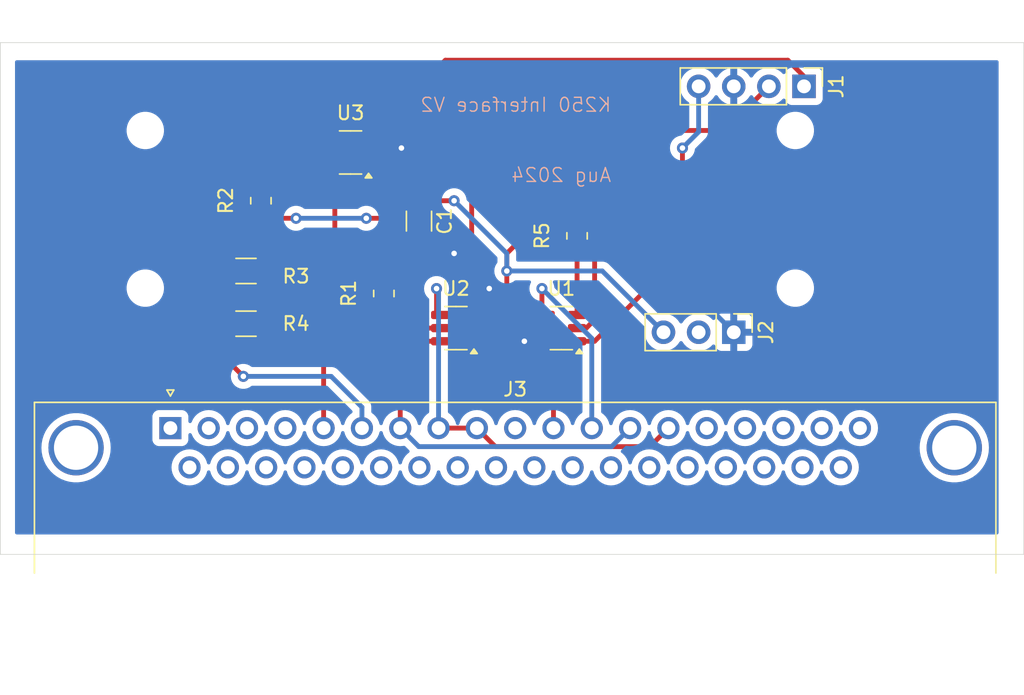
<source format=kicad_pcb>
(kicad_pcb (version 20240108) (generator "pcbnew") (generator_version "8.0")
  (layers (0 "F.Cu" signal) (31 "B.Cu" signal) (34 "B.Paste" user) (35 "F.Paste" user) (36 "B.SilkS" user "B.Silkscreen") (37 "F.SilkS" user "F.Silkscreen") (38 "B.Mask" user) (39 "F.Mask" user) (44 "Edge.Cuts" user))
  (net 0 "")
  (net 1 "V+")
  (net 2 "GND")
  (net 3 "RX")
  (net 4 "CLK")
  (net 5 "TX")
  (net 8 "CLK_B")
  (net 12 "TX_B")
  (net 17 "CLK_A")
  (net 24 "TX_A")
  (net 31 "RX_B")
  (net 32 "RX_A")
  (net 41 "Net-(U2-RE)")
  (net 42 "Net-(U3-RE)")
  (net 43 "Net-(U1-DE)")
  (footprint "MountingHole:MountingHole_2.2mm_M2" (layer "F.Cu") (at 108.48 40.64)
    (property "Reference" "H4" (hide yes))
    (property "Value" "MountingHole")
    (pad "" np_thru_hole circle (at 0 0) (size 2.2 2.2) (drill 2.2) (layers "*.Cu" "*.Mask"))
  )
  (footprint "MountingHole:MountingHole_2.2mm_M2" (layer "F.Cu") (at 108.48 52.04)
    (property "Reference" "H1" (hide yes))
    (property "Value" "MountingHole")
    (pad "" np_thru_hole circle (at 0 0) (size 2.2 2.2) (drill 2.2) (layers "*.Cu" "*.Mask"))
  )
  (footprint "Capacitor_SMD:C_1206_3216Metric" (layer "F.Cu") (at 128.27 47.195 -90)
    (property "Reference" "C1" (at 0 -1.85 90) (layer "F.SilkS"))
    (property "Value" "100n")
    (fp_line (start -0.711252 0.91) (end 0.711252 0.91) (stroke (width 0.12)) (layer "F.SilkS"))
    (fp_line (start -0.711252 -0.91) (end 0.711252 -0.91) (stroke (width 0.12)) (layer "F.SilkS"))
    (pad "1" smd roundrect (at -1.475 0 270) (size 1.15 1.8) (layers "F.Cu" "F.Paste" "F.Mask") (roundrect_rratio 0.217391) (net 1 "V+"))
    (pad "2" smd roundrect (at 1.475 0 270) (size 1.15 1.8) (layers "F.Cu" "F.Paste" "F.Mask") (roundrect_rratio 0.217391) (net 2 "GND"))
  )
  (footprint "Connector_PinHeader_2.54mm:PinHeader_1x03_P2.54mm_Vertical" (layer "F.Cu") (at 151.03 55.23 -90)
    (property "Reference" "J2" (at 0 -2.33 90) (layer "F.SilkS"))
    (property "Value" "Conn_01x03_Pin")
    (fp_line (start -1.33 6.41) (end 1.33 6.41) (stroke (width 0.12)) (layer "F.SilkS"))
    (fp_line (start -1.33 1.27) (end -1.33 6.41) (stroke (width 0.12)) (layer "F.SilkS"))
    (fp_line (start -1.33 1.27) (end 1.33 1.27) (stroke (width 0.12)) (layer "F.SilkS"))
    (fp_line (start 1.33 1.27) (end 1.33 6.41) (stroke (width 0.12)) (layer "F.SilkS"))
    (fp_line (start -1.33 0) (end -1.33 -1.33) (stroke (width 0.12)) (layer "F.SilkS"))
    (fp_line (start -1.33 -1.33) (end 0 -1.33) (stroke (width 0.12)) (layer "F.SilkS"))
    (pad "1" thru_hole rect (at 0 0 270) (size 1.7 1.7) (drill 1) (layers "*.Cu" "*.Mask") (net 2 "GND"))
    (pad "2" thru_hole oval (at 0 2.54 270) (size 1.7 1.7) (drill 1) (layers "*.Cu" "*.Mask"))
    (pad "3" thru_hole oval (at 0 5.08 270) (size 1.7 1.7) (drill 1) (layers "*.Cu" "*.Mask") (net 1 "V+"))
  )
  (footprint "Connector_PinHeader_2.54mm:PinHeader_1x04_P2.54mm_Vertical" (layer "F.Cu") (at 156.11 37.45 -90)
    (property "Reference" "J1" (at 0 -2.33 90) (layer "F.SilkS"))
    (property "Value" "Conn_01x04_Pin")
    (fp_line (start -1.33 8.95) (end 1.33 8.95) (stroke (width 0.12)) (layer "F.SilkS"))
    (fp_line (start -1.33 1.27) (end -1.33 8.95) (stroke (width 0.12)) (layer "F.SilkS"))
    (fp_line (start -1.33 1.27) (end 1.33 1.27) (stroke (width 0.12)) (layer "F.SilkS"))
    (fp_line (start 1.33 1.27) (end 1.33 8.95) (stroke (width 0.12)) (layer "F.SilkS"))
    (fp_line (start -1.33 0) (end -1.33 -1.33) (stroke (width 0.12)) (layer "F.SilkS"))
    (fp_line (start -1.33 -1.33) (end 0 -1.33) (stroke (width 0.12)) (layer "F.SilkS"))
    (pad "1" thru_hole rect (at 0 0 270) (size 1.7 1.7) (drill 1) (layers "*.Cu" "*.Mask") (net 3 "RX"))
    (pad "2" thru_hole oval (at 0 2.54 270) (size 1.7 1.7) (drill 1) (layers "*.Cu" "*.Mask") (net 4 "CLK"))
    (pad "3" thru_hole oval (at 0 5.08 270) (size 1.7 1.7) (drill 1) (layers "*.Cu" "*.Mask") (net 2 "GND"))
    (pad "4" thru_hole oval (at 0 7.62 270) (size 1.7 1.7) (drill 1) (layers "*.Cu" "*.Mask") (net 5 "TX"))
  )
  (footprint "Resistor_SMD:R_0805_2012Metric" (layer "F.Cu") (at 116.84 45.72 -90)
    (property "Reference" "R2" (at 0 2.54 90) (layer "F.SilkS"))
    (property "Value" "2K7")
    (fp_line (start -0.227064 0.735) (end 0.227064 0.735) (stroke (width 0.12)) (layer "F.SilkS"))
    (fp_line (start -0.227064 -0.735) (end 0.227064 -0.735) (stroke (width 0.12)) (layer "F.SilkS"))
    (pad "1" smd roundrect (at -0.9125 0 270) (size 1.025 1.4) (layers "F.Cu" "F.Paste" "F.Mask") (roundrect_rratio 0.243902) (net 42 "Net-(U3-RE)"))
    (pad "2" smd roundrect (at 0.9125 0 270) (size 1.025 1.4) (layers "F.Cu" "F.Paste" "F.Mask") (roundrect_rratio 0.243902) (net 1 "V+"))
  )
  (footprint "Connector_Dsub:DSUB-37_Male_Horizontal_P2.77x2.84mm_EdgePinOffset7.70mm_Housed_MountingHolesOffset9.12mm" (layer "F.Cu") (at 110.295 62.16)
    (property "Reference" "J3" (at 24.93 -2.8 0) (layer "F.SilkS"))
    (property "Value" "Conn_01x37_Pin")
    (fp_line (start -9.83 -1.86) (end 59.69 -1.86) (stroke (width 0.12)) (layer "F.SilkS"))
    (fp_line (start -9.83 10.48) (end -9.83 -1.86) (stroke (width 0.12)) (layer "F.SilkS"))
    (fp_line (start -0.25 -2.754338) (end 0.25 -2.754338) (stroke (width 0.12)) (layer "F.SilkS"))
    (fp_line (start 0 -2.321325) (end -0.25 -2.754338) (stroke (width 0.12)) (layer "F.SilkS"))
    (fp_line (start 0.25 -2.754338) (end 0 -2.321325) (stroke (width 0.12)) (layer "F.SilkS"))
    (fp_line (start 59.69 -1.86) (end 59.69 10.48) (stroke (width 0.12)) (layer "F.SilkS"))
    (pad "0" thru_hole circle (at -6.82 1.42) (size 4 4) (drill 3.2) (layers "*.Cu" "*.Mask"))
    (pad "0" thru_hole circle (at 56.68 1.42) (size 4 4) (drill 3.2) (layers "*.Cu" "*.Mask"))
    (pad "1" thru_hole rect (at 0 0) (size 1.6 1.6) (drill 1) (layers "*.Cu" "*.Mask"))
    (pad "2" thru_hole circle (at 2.77 0) (size 1.6 1.6) (drill 1) (layers "*.Cu" "*.Mask"))
    (pad "3" thru_hole circle (at 5.54 0) (size 1.6 1.6) (drill 1) (layers "*.Cu" "*.Mask"))
    (pad "4" thru_hole circle (at 8.31 0) (size 1.6 1.6) (drill 1) (layers "*.Cu" "*.Mask"))
    (pad "5" thru_hole circle (at 11.08 0) (size 1.6 1.6) (drill 1) (layers "*.Cu" "*.Mask") (net 32 "RX_A"))
    (pad "6" thru_hole circle (at 13.85 0) (size 1.6 1.6) (drill 1) (layers "*.Cu" "*.Mask") (net 31 "RX_B"))
    (pad "7" thru_hole circle (at 16.62 0) (size 1.6 1.6) (drill 1) (layers "*.Cu" "*.Mask") (net 17 "CLK_A"))
    (pad "8" thru_hole circle (at 19.39 0) (size 1.6 1.6) (drill 1) (layers "*.Cu" "*.Mask") (net 8 "CLK_B"))
    (pad "9" thru_hole circle (at 22.16 0) (size 1.6 1.6) (drill 1) (layers "*.Cu" "*.Mask") (net 8 "CLK_B"))
    (pad "10" thru_hole circle (at 24.93 0) (size 1.6 1.6) (drill 1) (layers "*.Cu" "*.Mask"))
    (pad "11" thru_hole circle (at 27.7 0) (size 1.6 1.6) (drill 1) (layers "*.Cu" "*.Mask") (net 24 "TX_A"))
    (pad "12" thru_hole circle (at 30.47 0) (size 1.6 1.6) (drill 1) (layers "*.Cu" "*.Mask") (net 12 "TX_B"))
    (pad "13" thru_hole circle (at 33.24 0) (size 1.6 1.6) (drill 1) (layers "*.Cu" "*.Mask") (net 17 "CLK_A"))
    (pad "14" thru_hole circle (at 36.01 0) (size 1.6 1.6) (drill 1) (layers "*.Cu" "*.Mask") (net 8 "CLK_B"))
    (pad "15" thru_hole circle (at 38.78 0) (size 1.6 1.6) (drill 1) (layers "*.Cu" "*.Mask"))
    (pad "16" thru_hole circle (at 41.55 0) (size 1.6 1.6) (drill 1) (layers "*.Cu" "*.Mask"))
    (pad "17" thru_hole circle (at 44.32 0) (size 1.6 1.6) (drill 1) (layers "*.Cu" "*.Mask"))
    (pad "18" thru_hole circle (at 47.09 0) (size 1.6 1.6) (drill 1) (layers "*.Cu" "*.Mask"))
    (pad "19" thru_hole circle (at 49.86 0) (size 1.6 1.6) (drill 1) (layers "*.Cu" "*.Mask"))
    (pad "20" thru_hole circle (at 1.385 2.84) (size 1.6 1.6) (drill 1) (layers "*.Cu" "*.Mask"))
    (pad "21" thru_hole circle (at 4.155 2.84) (size 1.6 1.6) (drill 1) (layers "*.Cu" "*.Mask"))
    (pad "22" thru_hole circle (at 6.925 2.84) (size 1.6 1.6) (drill 1) (layers "*.Cu" "*.Mask"))
    (pad "23" thru_hole circle (at 9.695 2.84) (size 1.6 1.6) (drill 1) (layers "*.Cu" "*.Mask"))
    (pad "24" thru_hole circle (at 12.465 2.84) (size 1.6 1.6) (drill 1) (layers "*.Cu" "*.Mask"))
    (pad "25" thru_hole circle (at 15.235 2.84) (size 1.6 1.6) (drill 1) (layers "*.Cu" "*.Mask"))
    (pad "26" thru_hole circle (at 18.005 2.84) (size 1.6 1.6) (drill 1) (layers "*.Cu" "*.Mask"))
    (pad "27" thru_hole circle (at 20.775 2.84) (size 1.6 1.6) (drill 1) (layers "*.Cu" "*.Mask"))
    (pad "28" thru_hole circle (at 23.545 2.84) (size 1.6 1.6) (drill 1) (layers "*.Cu" "*.Mask"))
    (pad "29" thru_hole circle (at 26.315 2.84) (size 1.6 1.6) (drill 1) (layers "*.Cu" "*.Mask"))
    (pad "30" thru_hole circle (at 29.085 2.84) (size 1.6 1.6) (drill 1) (layers "*.Cu" "*.Mask"))
    (pad "31" thru_hole circle (at 31.855 2.84) (size 1.6 1.6) (drill 1) (layers "*.Cu" "*.Mask"))
    (pad "32" thru_hole circle (at 34.625 2.84) (size 1.6 1.6) (drill 1) (layers "*.Cu" "*.Mask"))
    (pad "33" thru_hole circle (at 37.395 2.84) (size 1.6 1.6) (drill 1) (layers "*.Cu" "*.Mask"))
    (pad "34" thru_hole circle (at 40.165 2.84) (size 1.6 1.6) (drill 1) (layers "*.Cu" "*.Mask"))
    (pad "35" thru_hole circle (at 42.935 2.84) (size 1.6 1.6) (drill 1) (layers "*.Cu" "*.Mask"))
    (pad "36" thru_hole circle (at 45.705 2.84) (size 1.6 1.6) (drill 1) (layers "*.Cu" "*.Mask"))
    (pad "37" thru_hole circle (at 48.475 2.84) (size 1.6 1.6) (drill 1) (layers "*.Cu" "*.Mask"))
  )
  (footprint "Resistor_SMD:R_1206_3216Metric" (layer "F.Cu") (at 115.7625 50.8)
    (property "Reference" "R3" (at 3.6175 0.385 0) (layer "F.SilkS"))
    (property "Value" "470")
    (fp_line (start -0.727064 -0.91) (end 0.727064 -0.91) (stroke (width 0.12)) (layer "F.SilkS"))
    (fp_line (start -0.727064 0.91) (end 0.727064 0.91) (stroke (width 0.12)) (layer "F.SilkS"))
    (pad "1" smd roundrect (at -1.4625 0) (size 1.125 1.75) (layers "F.Cu" "F.Paste" "F.Mask") (roundrect_rratio 0.222222) (net 31 "RX_B"))
    (pad "2" smd roundrect (at 1.4625 0) (size 1.125 1.75) (layers "F.Cu" "F.Paste" "F.Mask") (roundrect_rratio 0.222222) (net 32 "RX_A"))
  )
  (footprint "Package_TO_SOT_SMD:SOT-23-6" (layer "F.Cu") (at 138.5625 54.93 180)
    (property "Reference" "U1" (at 0 2.86 0) (layer "F.SilkS"))
    (property "Value" "ISL3295E")
    (fp_line (start 0 1.56) (end 0.8 1.56) (stroke (width 0.12)) (layer "F.SilkS"))
    (fp_line (start 0 1.56) (end -0.8 1.56) (stroke (width 0.12)) (layer "F.SilkS"))
    (fp_line (start 0 -1.56) (end 0.8 -1.56) (stroke (width 0.12)) (layer "F.SilkS"))
    (fp_line (start 0 -1.56) (end -0.8 -1.56) (stroke (width 0.12)) (layer "F.SilkS"))
    (fp_poly (pts (xy -1.3 -1.51) (xy -1.54 -1.84) (xy -1.06 -1.84) (xy -1.3 -1.51)) (stroke (width 0.12)) (fill solid) (layer "F.SilkS"))
    (pad "1" smd roundrect (at -1.1375 -0.95 180) (size 1.325 0.6) (layers "F.Cu" "F.Paste" "F.Mask") (net 5 "TX"))
    (pad "2" smd roundrect (at -1.1375 0 180) (size 1.325 0.6) (layers "F.Cu" "F.Paste" "F.Mask") (net 1 "V+"))
    (pad "3" smd roundrect (at -1.1375 0.95 180) (size 1.325 0.6) (layers "F.Cu" "F.Paste" "F.Mask") (net 43 "Net-(U1-DE)"))
    (pad "4" smd roundrect (at 1.1375 0.95 180) (size 1.325 0.6) (layers "F.Cu" "F.Paste" "F.Mask") (net 12 "TX_B"))
    (pad "5" smd roundrect (at 1.1375 0 180) (size 1.325 0.6) (layers "F.Cu" "F.Paste" "F.Mask") (net 2 "GND"))
    (pad "6" smd roundrect (at 1.1375 -0.95 180) (size 1.325 0.6) (layers "F.Cu" "F.Paste" "F.Mask") (net 24 "TX_A"))
  )
  (footprint "Package_TO_SOT_SMD:SOT-23-6" (layer "F.Cu") (at 123.3225 42.23 180)
    (property "Reference" "U3" (at 0 2.86 0) (layer "F.SilkS"))
    (property "Value" "ISL3281E")
    (fp_line (start 0 1.56) (end 0.8 1.56) (stroke (width 0.12)) (layer "F.SilkS"))
    (fp_line (start 0 1.56) (end -0.8 1.56) (stroke (width 0.12)) (layer "F.SilkS"))
    (fp_line (start 0 -1.56) (end 0.8 -1.56) (stroke (width 0.12)) (layer "F.SilkS"))
    (fp_line (start 0 -1.56) (end -0.8 -1.56) (stroke (width 0.12)) (layer "F.SilkS"))
    (fp_poly (pts (xy -1.3 -1.51) (xy -1.54 -1.84) (xy -1.06 -1.84) (xy -1.3 -1.51)) (stroke (width 0.12)) (fill solid) (layer "F.SilkS"))
    (pad "1" smd roundrect (at -1.1375 -0.95 180) (size 1.325 0.6) (layers "F.Cu" "F.Paste" "F.Mask") (net 1 "V+"))
    (pad "2" smd roundrect (at -1.1375 0 180) (size 1.325 0.6) (layers "F.Cu" "F.Paste" "F.Mask") (net 2 "GND"))
    (pad "3" smd roundrect (at -1.1375 0.95 180) (size 1.325 0.6) (layers "F.Cu" "F.Paste" "F.Mask") (net 3 "RX"))
    (pad "4" smd roundrect (at 1.1375 0.95 180) (size 1.325 0.6) (layers "F.Cu" "F.Paste" "F.Mask") (net 31 "RX_B"))
    (pad "5" smd roundrect (at 1.1375 0 180) (size 1.325 0.6) (layers "F.Cu" "F.Paste" "F.Mask") (net 42 "Net-(U3-RE)"))
    (pad "6" smd roundrect (at 1.1375 -0.95 180) (size 1.325 0.6) (layers "F.Cu" "F.Paste" "F.Mask") (net 32 "RX_A"))
  )
  (footprint "Resistor_SMD:R_0805_2012Metric" (layer "F.Cu") (at 125.73 52.4275 90)
    (property "Reference" "R1" (at 0 -2.54 90) (layer "F.SilkS"))
    (property "Value" "2K7")
    (fp_line (start -0.227064 -0.735) (end 0.227064 -0.735) (stroke (width 0.12)) (layer "F.SilkS"))
    (fp_line (start -0.227064 0.735) (end 0.227064 0.735) (stroke (width 0.12)) (layer "F.SilkS"))
    (pad "1" smd roundrect (at -0.9125 0 90) (size 1.025 1.4) (layers "F.Cu" "F.Paste" "F.Mask") (roundrect_rratio 0.243902) (net 41 "Net-(U2-RE)"))
    (pad "2" smd roundrect (at 0.9125 0 90) (size 1.025 1.4) (layers "F.Cu" "F.Paste" "F.Mask") (roundrect_rratio 0.243902) (net 1 "V+"))
  )
  (footprint "MountingHole:MountingHole_2.2mm_M2" (layer "F.Cu") (at 155.48 52.04)
    (property "Reference" "H3" (hide yes))
    (property "Value" "MountingHole")
    (pad "" np_thru_hole circle (at 0 0) (size 2.2 2.2) (drill 2.2) (layers "*.Cu" "*.Mask"))
  )
  (footprint "Resistor_SMD:R_1206_3216Metric" (layer "F.Cu") (at 115.7625 54.61)
    (property "Reference" "R4" (at 3.6175 0 0) (layer "F.SilkS"))
    (property "Value" "470")
    (fp_line (start -0.727064 -0.91) (end 0.727064 -0.91) (stroke (width 0.12)) (layer "F.SilkS"))
    (fp_line (start -0.727064 0.91) (end 0.727064 0.91) (stroke (width 0.12)) (layer "F.SilkS"))
    (pad "1" smd roundrect (at -1.4625 0) (size 1.125 1.75) (layers "F.Cu" "F.Paste" "F.Mask") (roundrect_rratio 0.222222) (net 31 "RX_B"))
    (pad "2" smd roundrect (at 1.4625 0) (size 1.125 1.75) (layers "F.Cu" "F.Paste" "F.Mask") (roundrect_rratio 0.222222) (net 32 "RX_A"))
  )
  (footprint "Package_TO_SOT_SMD:SOT-23-6" (layer "F.Cu") (at 130.9425 54.93 180)
    (property "Reference" "U2" (at 0 2.86 0) (layer "F.SilkS"))
    (property "Value" "ISL3281E")
    (fp_line (start 0 1.56) (end 0.8 1.56) (stroke (width 0.12)) (layer "F.SilkS"))
    (fp_line (start 0 1.56) (end -0.8 1.56) (stroke (width 0.12)) (layer "F.SilkS"))
    (fp_line (start 0 -1.56) (end 0.8 -1.56) (stroke (width 0.12)) (layer "F.SilkS"))
    (fp_line (start 0 -1.56) (end -0.8 -1.56) (stroke (width 0.12)) (layer "F.SilkS"))
    (fp_poly (pts (xy -1.3 -1.51) (xy -1.54 -1.84) (xy -1.06 -1.84) (xy -1.3 -1.51)) (stroke (width 0.12)) (fill solid) (layer "F.SilkS"))
    (pad "1" smd roundrect (at -1.1375 -0.95 180) (size 1.325 0.6) (layers "F.Cu" "F.Paste" "F.Mask") (net 1 "V+"))
    (pad "2" smd roundrect (at -1.1375 0 180) (size 1.325 0.6) (layers "F.Cu" "F.Paste" "F.Mask") (net 2 "GND"))
    (pad "3" smd roundrect (at -1.1375 0.95 180) (size 1.325 0.6) (layers "F.Cu" "F.Paste" "F.Mask") (net 4 "CLK"))
    (pad "4" smd roundrect (at 1.1375 0.95 180) (size 1.325 0.6) (layers "F.Cu" "F.Paste" "F.Mask") (net 8 "CLK_B"))
    (pad "5" smd roundrect (at 1.1375 0 180) (size 1.325 0.6) (layers "F.Cu" "F.Paste" "F.Mask") (net 41 "Net-(U2-RE)"))
    (pad "6" smd roundrect (at 1.1375 -0.95 180) (size 1.325 0.6) (layers "F.Cu" "F.Paste" "F.Mask") (net 17 "CLK_A"))
  )
  (footprint "Resistor_SMD:R_0805_2012Metric" (layer "F.Cu") (at 139.7 48.26 -90)
    (property "Reference" "R5" (at 0 2.54 90) (layer "F.SilkS"))
    (property "Value" "2K7")
    (fp_line (start -0.227064 0.735) (end 0.227064 0.735) (stroke (width 0.12)) (layer "F.SilkS"))
    (fp_line (start -0.227064 -0.735) (end 0.227064 -0.735) (stroke (width 0.12)) (layer "F.SilkS"))
    (pad "1" smd roundrect (at -0.9125 0 270) (size 1.025 1.4) (layers "F.Cu" "F.Paste" "F.Mask") (roundrect_rratio 0.243902) (net 1 "V+"))
    (pad "2" smd roundrect (at 0.9125 0 270) (size 1.025 1.4) (layers "F.Cu" "F.Paste" "F.Mask") (roundrect_rratio 0.243902) (net 43 "Net-(U1-DE)"))
  )
  (footprint "MountingHole:MountingHole_2.2mm_M2" (layer "F.Cu") (at 155.48 40.64)
    (property "Reference" "H2" (hide yes))
    (property "Value" "MountingHole")
    (pad "" np_thru_hole circle (at 0 0) (size 2.2 2.2) (drill 2.2) (layers "*.Cu" "*.Mask"))
  )
  (gr_line (start 172 71.29) (end 172 34.29) (stroke (width 0.05)) (layer "Edge.Cuts"))
  (gr_line (start 172 34.29) (end 98 34.29) (stroke (width 0.05)) (layer "Edge.Cuts"))
  (gr_line (start 98 34.29) (end 98 71.29) (stroke (width 0.05)) (layer "Edge.Cuts"))
  (gr_line (start 98 71.29) (end 172 71.29) (stroke (width 0.05)) (layer "Edge.Cuts"))
  (gr_text "K250 Interface V2" (at 142.24 39.37 0) (layer "B.SilkS") (effects (font (size 1 1) (thickness 0.1)) (justify left bottom mirror)))
  (gr_text "Aug 2024" (at 142.24 44.45 0) (layer "B.SilkS") (effects (font (size 1 1) (thickness 0.1)) (justify left bottom mirror)))
  (segment (start 125.73 46.99) (end 124.46 46.99) (width 0.35) (layer "F.Cu") (net 1))
  (segment (start 128.27 45.72) (end 130.81 45.72) (width 0.35) (layer "F.Cu") (net 1))
  (segment (start 140.0575 47.3475) (end 140.97 48.26) (width 0.35) (layer "F.Cu") (net 1))
  (segment (start 139.7 54.93) (end 140.362499 54.93) (width 0.35) (layer "F.Cu") (net 1))
  (segment (start 140.97 54.322499) (end 140.97 48.26) (width 0.35) (layer "F.Cu") (net 1))
  (segment (start 136.8025 47.3475) (end 139.7 47.3475) (width 0.35) (layer "F.Cu") (net 1))
  (segment (start 124.46 43.18) (end 127 43.18) (width 0.35) (layer "F.Cu") (net 1))
  (segment (start 132.08 55.88) (end 133.35 55.88) (width 0.35) (layer "F.Cu") (net 1))
  (segment (start 139.7 47.3475) (end 140.0575 47.3475) (width 0.35) (layer "F.Cu") (net 1))
  (segment (start 119.38 46.99) (end 117.1975 46.99) (width 0.35) (layer "F.Cu") (net 1))
  (segment (start 125.73 46.99) (end 127 45.72) (width 0.35) (layer "F.Cu") (net 1))
  (segment (start 134.62 49.53) (end 136.8025 47.3475) (width 0.35) (layer "F.Cu") (net 1))
  (segment (start 127 43.18) (end 128.27 44.45) (width 0.35) (layer "F.Cu") (net 1))
  (segment (start 127 45.72) (end 128.27 45.72) (width 0.35) (layer "F.Cu") (net 1))
  (segment (start 134.62 50.8) (end 134.62 49.53) (width 0.35) (layer "F.Cu") (net 1))
  (segment (start 128.27 44.45) (end 128.27 45.72) (width 0.35) (layer "F.Cu") (net 1))
  (segment (start 134.62 54.61) (end 134.62 50.8) (width 0.35) (layer "F.Cu") (net 1))
  (segment (start 140.362499 54.93) (end 140.97 54.322499) (width 0.35) (layer "F.Cu") (net 1))
  (segment (start 133.35 55.88) (end 134.62 54.61) (width 0.35) (layer "F.Cu") (net 1))
  (segment (start 117.1975 46.99) (end 116.84 46.6325) (width 0.35) (layer "F.Cu") (net 1))
  (segment (start 125.73 51.515) (end 125.73 46.99) (width 0.35) (layer "F.Cu") (net 1))
  (via (at 119.38 46.99) (size 0.8) (drill 0.4) (layers "F.Cu" "B.Cu") (net 1))
  (via (at 134.62 50.8) (size 0.8) (drill 0.4) (layers "F.Cu" "B.Cu") (net 1))
  (via (at 130.81 45.72) (size 0.8) (drill 0.4) (layers "F.Cu" "B.Cu") (net 1))
  (via (at 124.46 46.99) (size 0.8) (drill 0.4) (layers "F.Cu" "B.Cu") (net 1))
  (segment (start 141.52 50.8) (end 134.62 50.8) (width 0.35) (layer "B.Cu") (net 1))
  (segment (start 134.62 49.53) (end 134.62 50.8) (width 0.35) (layer "B.Cu") (net 1))
  (segment (start 124.46 46.99) (end 119.38 46.99) (width 0.35) (layer "B.Cu") (net 1))
  (segment (start 145.95 55.23) (end 141.52 50.8) (width 0.35) (layer "B.Cu") (net 1))
  (segment (start 130.81 45.72) (end 134.62 49.53) (width 0.35) (layer "B.Cu") (net 1))
  (segment (start 133.35 54.322499) (end 133.35 52.07) (width 0.35) (layer "F.Cu") (net 2))
  (segment (start 126.68 42.23) (end 127 41.91) (width 0.35) (layer "F.Cu") (net 2))
  (segment (start 132.742499 54.93) (end 133.35 54.322499) (width 0.35) (layer "F.Cu") (net 2))
  (segment (start 129.95 48.67) (end 130.81 49.53) (width 0.35) (layer "F.Cu") (net 2))
  (segment (start 137.425 54.93) (end 136.762501 54.93) (width 0.35) (layer "F.Cu") (net 2))
  (segment (start 135.89 55.802501) (end 135.89 55.88) (width 0.35) (layer "F.Cu") (net 2))
  (segment (start 132.08 54.93) (end 132.742499 54.93) (width 0.35) (layer "F.Cu") (net 2))
  (segment (start 128.27 48.67) (end 129.95 48.67) (width 0.35) (layer "F.Cu") (net 2))
  (segment (start 124.46 42.23) (end 126.68 42.23) (width 0.35) (layer "F.Cu") (net 2))
  (segment (start 136.762501 54.93) (end 135.89 55.802501) (width 0.35) (layer "F.Cu") (net 2))
  (via (at 130.81 49.53) (size 0.8) (drill 0.4) (layers "F.Cu" "B.Cu") (net 2))
  (via (at 135.89 55.88) (size 0.8) (drill 0.4) (layers "F.Cu" "B.Cu") (net 2))
  (via (at 127 41.91) (size 0.8) (drill 0.4) (layers "F.Cu" "B.Cu") (net 2))
  (via (at 133.35 52.07) (size 0.8) (drill 0.4) (layers "F.Cu" "B.Cu") (net 2))
  (segment (start 133.35 52.07) (end 130.81 49.53) (width 0.35) (layer "B.Cu") (net 2))
  (segment (start 127 45.72) (end 130.81 49.53) (width 0.35) (layer "B.Cu") (net 2))
  (segment (start 151.03 37.45) (end 151.03 55.23) (width 0.35) (layer "B.Cu") (net 2))
  (segment (start 137.71 41.91) (end 151.03 55.23) (width 0.35) (layer "B.Cu") (net 2))
  (segment (start 133.35 52.07) (end 135.89 54.61) (width 0.35) (layer "B.Cu") (net 2))
  (segment (start 127 41.91) (end 137.71 41.91) (width 0.35) (layer "B.Cu") (net 2))
  (segment (start 135.89 54.61) (end 135.89 55.88) (width 0.35) (layer "B.Cu") (net 2))
  (segment (start 127 41.91) (end 127 45.72) (width 0.35) (layer "B.Cu") (net 2))
  (segment (start 156.11 36.93) (end 156.11 37.45) (width 0.35) (layer "F.Cu") (net 3))
  (segment (start 130.18 35.56) (end 154.94 35.56) (width 0.35) (layer "F.Cu") (net 3))
  (segment (start 156.21 36.83) (end 156.11 36.93) (width 0.35) (layer "F.Cu") (net 3))
  (segment (start 124.46 41.28) (end 130.18 35.56) (width 0.35) (layer "F.Cu") (net 3))
  (segment (start 154.94 35.56) (end 156.21 36.83) (width 0.35) (layer "F.Cu") (net 3))
  (segment (start 150.38 40.64) (end 153.57 37.45) (width 0.35) (layer "F.Cu") (net 4))
  (segment (start 132.08 43.18) (end 134.62 40.64) (width 0.35) (layer "F.Cu") (net 4))
  (segment (start 132.08 53.98) (end 132.08 43.18) (width 0.35) (layer "F.Cu") (net 4))
  (segment (start 134.62 40.64) (end 150.38 40.64) (width 0.35) (layer "F.Cu") (net 4))
  (segment (start 140.97 55.88) (end 147.32 49.53) (width 0.35) (layer "F.Cu") (net 5))
  (segment (start 147.32 49.53) (end 147.32 41.91) (width 0.35) (layer "F.Cu") (net 5))
  (segment (start 139.7 55.88) (end 140.97 55.88) (width 0.35) (layer "F.Cu") (net 5))
  (via (at 147.32 41.91) (size 0.8) (drill 0.4) (layers "F.Cu" "B.Cu") (net 5))
  (segment (start 147.32 41.91) (end 148.49 40.74) (width 0.35) (layer "B.Cu") (net 5))
  (segment (start 148.49 40.74) (end 148.49 37.45) (width 0.35) (layer "B.Cu") (net 5))
  (segment (start 133.795 63.5) (end 144.965 63.5) (width 0.35) (layer "F.Cu") (net 8))
  (segment (start 132.455 62.16) (end 133.795 63.5) (width 0.35) (layer "F.Cu") (net 8))
  (segment (start 144.965 63.5) (end 146.305 62.16) (width 0.35) (layer "F.Cu") (net 8))
  (segment (start 129.54 53.715) (end 129.805 53.98) (width 0.35) (layer "F.Cu") (net 8))
  (segment (start 129.685 62.16) (end 132.455 62.16) (width 0.35) (layer "F.Cu") (net 8))
  (segment (start 129.54 52.07) (end 129.54 53.715) (width 0.35) (layer "F.Cu") (net 8))
  (via (at 129.54 52.07) (size 0.8) (drill 0.4) (layers "F.Cu" "B.Cu") (net 8))
  (segment (start 129.685 62.16) (end 129.685 52.215) (width 0.35) (layer "B.Cu") (net 8))
  (segment (start 129.685 52.215) (end 129.54 52.07) (width 0.35) (layer "B.Cu") (net 8))
  (segment (start 137.16 52.07) (end 137.16 53.715) (width 0.35) (layer "F.Cu") (net 12))
  (segment (start 137.16 53.715) (end 137.425 53.98) (width 0.35) (layer "F.Cu") (net 12))
  (via (at 137.16 52.07) (size 0.8) (drill 0.4) (layers "F.Cu" "B.Cu") (net 12))
  (segment (start 140.765 62.16) (end 140.765 55.675) (width 0.35) (layer "B.Cu") (net 12))
  (segment (start 140.765 55.675) (end 137.16 52.07) (width 0.35) (layer "B.Cu") (net 12))
  (segment (start 128.27 55.88) (end 129.805 55.88) (width 0.35) (layer "F.Cu") (net 17))
  (segment (start 126.915 62.16) (end 126.915 57.235) (width 0.35) (layer "F.Cu") (net 17))
  (segment (start 126.915 57.235) (end 128.27 55.88) (width 0.35) (layer "F.Cu") (net 17))
  (segment (start 126.915 62.16) (end 128.255 63.5) (width 0.35) (layer "B.Cu") (net 17))
  (segment (start 128.255 63.5) (end 142.195 63.5) (width 0.35) (layer "B.Cu") (net 17))
  (segment (start 142.195 63.5) (end 143.535 62.16) (width 0.35) (layer "B.Cu") (net 17))
  (segment (start 137.995 56.45) (end 137.425 55.88) (width 0.35) (layer "F.Cu") (net 24))
  (segment (start 137.995 62.16) (end 137.995 56.45) (width 0.35) (layer "F.Cu") (net 24))
  (segment (start 114.3 54.61) (end 114.3 50.8) (width 0.35) (layer "F.Cu") (net 31))
  (segment (start 114.3 54.61) (end 114.3 57.15) (width 0.35) (layer "F.Cu") (net 31))
  (segment (start 114.3 41.91) (end 114.3 50.8) (width 0.35) (layer "F.Cu") (net 31))
  (segment (start 114.3 57.15) (end 115.57 58.42) (width 0.35) (layer "F.Cu") (net 31))
  (segment (start 114.93 41.28) (end 114.3 41.91) (width 0.35) (layer "F.Cu") (net 31))
  (segment (start 122.185 41.28) (end 114.93 41.28) (width 0.35) (layer "F.Cu") (net 31))
  (via (at 115.57 58.42) (size 0.8) (drill 0.4) (layers "F.Cu" "B.Cu") (net 31))
  (segment (start 124.145 60.645) (end 124.145 62.16) (width 0.35) (layer "B.Cu") (net 31))
  (segment (start 121.92 58.42) (end 124.145 60.645) (width 0.35) (layer "B.Cu") (net 31))
  (segment (start 115.57 58.42) (end 121.92 58.42) (width 0.35) (layer "B.Cu") (net 31))
  (segment (start 117.225 54.61) (end 119.38 54.61) (width 0.35) (layer "F.Cu") (net 32))
  (segment (start 121.92 50.8) (end 117.225 50.8) (width 0.35) (layer "F.Cu") (net 32))
  (segment (start 122.185 43.18) (end 122.185 50.535) (width 0.35) (layer "F.Cu") (net 32))
  (segment (start 121.375 56.605) (end 121.375 62.16) (width 0.35) (layer "F.Cu") (net 32))
  (segment (start 119.38 54.61) (end 121.375 56.605) (width 0.35) (layer "F.Cu") (net 32))
  (segment (start 122.185 50.535) (end 121.92 50.8) (width 0.35) (layer "F.Cu") (net 32))
  (segment (start 117.225 54.61) (end 117.225 50.8) (width 0.35) (layer "F.Cu") (net 32))
  (segment (start 125.73 54.61) (end 125.73 53.34) (width 0.35) (layer "F.Cu") (net 41))
  (segment (start 126.05 54.93) (end 125.73 54.61) (width 0.35) (layer "F.Cu") (net 41))
  (segment (start 129.805 54.93) (end 126.05 54.93) (width 0.35) (layer "F.Cu") (net 41))
  (segment (start 116.84 43.18) (end 117.79 42.23) (width 0.35) (layer "F.Cu") (net 42))
  (segment (start 117.79 42.23) (end 122.185 42.23) (width 0.35) (layer "F.Cu") (net 42))
  (segment (start 116.84 44.8075) (end 116.84 43.18) (width 0.35) (layer "F.Cu") (net 42))
  (segment (start 139.7 53.98) (end 139.7 49.1725) (width 0.35) (layer "F.Cu") (net 43))
  (zone (net 2) (net_name "GND") (layer "B.Cu") (connect_pads (clearance 0.5)) (min_thickness 0.25) (fill yes (thermal_gap 0.5) (thermal_bridge_width 0.5))
    (polygon (pts (xy 99.06 35.56) (xy 170.18 35.56) (xy 170.18 69.85) (xy 99.06 69.85)))
  )
)
</source>
